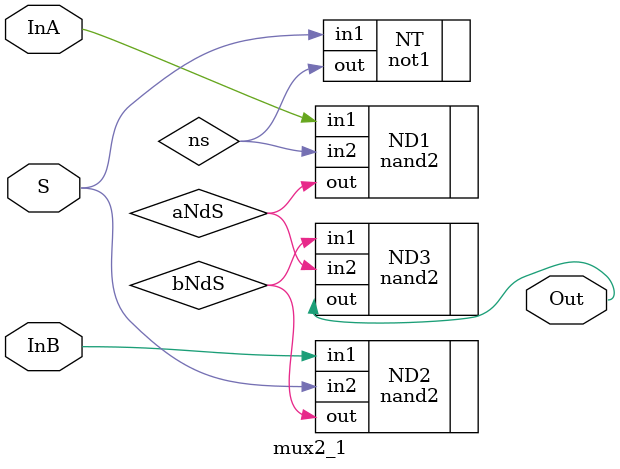
<source format=v>
module mux2_1(InA, InB, S, Out);
	input InA, InB, S;
	output Out;

	wire ns;
	wire aNdS, bNdS;

	not1 NT(.in1(S), .out(ns));
	
	nand2 ND1(.in1(InA), .in2(ns), .out(aNdS));
	nand2 ND2(.in1(InB), .in2(S), .out(bNdS));
	nand2 ND3(.in1(bNdS), .in2(aNdS), .out(Out));

endmodule

</source>
